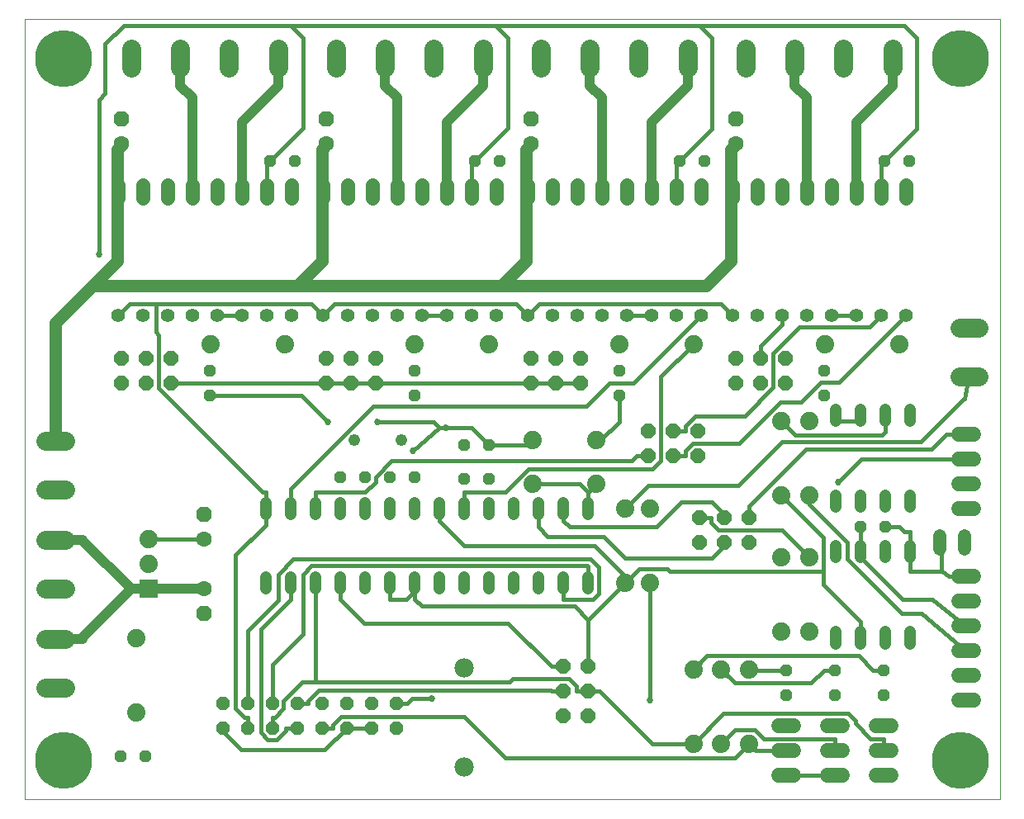
<source format=gtl>
G75*
G70*
%OFA0B0*%
%FSLAX24Y24*%
%IPPOS*%
%LPD*%
%AMOC8*
5,1,8,0,0,1.08239X$1,22.5*
%
%ADD10C,0.0000*%
%ADD11C,0.0480*%
%ADD12C,0.0560*%
%ADD13C,0.0560*%
%ADD14OC8,0.0600*%
%ADD15OC8,0.0480*%
%ADD16OC8,0.0630*%
%ADD17C,0.0630*%
%ADD18C,0.0480*%
%ADD19C,0.0740*%
%ADD20C,0.2300*%
%ADD21OC8,0.0540*%
%ADD22C,0.0780*%
%ADD23C,0.0600*%
%ADD24R,0.0740X0.0740*%
%ADD25C,0.0780*%
%ADD26C,0.0540*%
%ADD27C,0.0160*%
%ADD28C,0.0270*%
%ADD29C,0.0400*%
%ADD30C,0.0500*%
D10*
X000280Y000250D02*
X000280Y031746D01*
X039650Y031746D01*
X039650Y000250D01*
X000280Y000250D01*
D11*
X010030Y008760D02*
X010030Y009240D01*
X011030Y009240D02*
X011030Y008760D01*
X012030Y008760D02*
X012030Y009240D01*
X013030Y009240D02*
X013030Y008760D01*
X014030Y008760D02*
X014030Y009240D01*
X015030Y009240D02*
X015030Y008760D01*
X016030Y008760D02*
X016030Y009240D01*
X017030Y009240D02*
X017030Y008760D01*
X018030Y008760D02*
X018030Y009240D01*
X019030Y009240D02*
X019030Y008760D01*
X020030Y008760D02*
X020030Y009240D01*
X021030Y009240D02*
X021030Y008760D01*
X022030Y008760D02*
X022030Y009240D01*
X023030Y009240D02*
X023030Y008760D01*
X023030Y011760D02*
X023030Y012240D01*
X022030Y012240D02*
X022030Y011760D01*
X021030Y011760D02*
X021030Y012240D01*
X020030Y012240D02*
X020030Y011760D01*
X019030Y011760D02*
X019030Y012240D01*
X018030Y012240D02*
X018030Y011760D01*
X017030Y011760D02*
X017030Y012240D01*
X016030Y012240D02*
X016030Y011760D01*
X015030Y011760D02*
X015030Y012240D01*
X014030Y012240D02*
X014030Y011760D01*
X013030Y011760D02*
X013030Y012240D01*
X012030Y012240D02*
X012030Y011760D01*
X011030Y011760D02*
X011030Y012240D01*
X010030Y012240D02*
X010030Y011760D01*
X033032Y012050D02*
X033032Y012530D01*
X034032Y012530D02*
X034032Y012050D01*
X035032Y012050D02*
X035032Y012530D01*
X036032Y012530D02*
X036032Y012050D01*
X036032Y010498D02*
X036032Y010018D01*
X035032Y010018D02*
X035032Y010498D01*
X034032Y010498D02*
X034032Y010018D01*
X033032Y010018D02*
X033032Y010498D01*
X033032Y007018D02*
X033032Y006538D01*
X034032Y006538D02*
X034032Y007018D01*
X035032Y007018D02*
X035032Y006538D01*
X036032Y006538D02*
X036032Y007018D01*
X036032Y015530D02*
X036032Y016010D01*
X035032Y016010D02*
X035032Y015530D01*
X034032Y015530D02*
X034032Y016010D01*
X033032Y016010D02*
X033032Y015530D01*
D12*
X032857Y019797D03*
X033857Y019797D03*
X034857Y019797D03*
X035857Y019797D03*
X031857Y019797D03*
X030857Y019797D03*
X029857Y019797D03*
X028857Y019797D03*
X027590Y019797D03*
X026590Y019797D03*
X025590Y019797D03*
X024590Y019797D03*
X023590Y019797D03*
X022590Y019797D03*
X021590Y019797D03*
X020590Y019797D03*
X019322Y019797D03*
X018322Y019797D03*
X017322Y019797D03*
X016322Y019797D03*
X015322Y019797D03*
X014322Y019797D03*
X013322Y019797D03*
X012322Y019797D03*
X011054Y019797D03*
X010054Y019797D03*
X009054Y019797D03*
X008054Y019797D03*
X007054Y019797D03*
X006054Y019797D03*
X005054Y019797D03*
X004054Y019797D03*
D13*
X004054Y024517D02*
X004054Y025077D01*
X005054Y025077D02*
X005054Y024517D01*
X006054Y024517D02*
X006054Y025077D01*
X007054Y025077D02*
X007054Y024517D01*
X008054Y024517D02*
X008054Y025077D01*
X009054Y025077D02*
X009054Y024517D01*
X010054Y024517D02*
X010054Y025077D01*
X011054Y025077D02*
X011054Y024517D01*
X012322Y024517D02*
X012322Y025077D01*
X013322Y025077D02*
X013322Y024517D01*
X014322Y024517D02*
X014322Y025077D01*
X015322Y025077D02*
X015322Y024517D01*
X016322Y024517D02*
X016322Y025077D01*
X017322Y025077D02*
X017322Y024517D01*
X018322Y024517D02*
X018322Y025077D01*
X019322Y025077D02*
X019322Y024517D01*
X020590Y024517D02*
X020590Y025077D01*
X021590Y025077D02*
X021590Y024517D01*
X022590Y024517D02*
X022590Y025077D01*
X023590Y025077D02*
X023590Y024517D01*
X024590Y024517D02*
X024590Y025077D01*
X025590Y025077D02*
X025590Y024517D01*
X026590Y024517D02*
X026590Y025077D01*
X027590Y025077D02*
X027590Y024517D01*
X028857Y024517D02*
X028857Y025077D01*
X029857Y025077D02*
X029857Y024517D01*
X030857Y024517D02*
X030857Y025077D01*
X031857Y025077D02*
X031857Y024517D01*
X032857Y024517D02*
X032857Y025077D01*
X033857Y025077D02*
X033857Y024517D01*
X034857Y024517D02*
X034857Y025077D01*
X035857Y025077D02*
X035857Y024517D01*
D14*
X030995Y018073D03*
X029995Y018073D03*
X028995Y018073D03*
X028995Y017073D03*
X029995Y017073D03*
X030995Y017073D03*
X027468Y015125D03*
X026468Y015125D03*
X026468Y014125D03*
X027468Y014125D03*
X025468Y014125D03*
X025468Y015125D03*
X022727Y017073D03*
X021727Y017073D03*
X020727Y017073D03*
X020727Y018073D03*
X021727Y018073D03*
X022727Y018073D03*
X027530Y011625D03*
X027530Y010625D03*
X028530Y010625D03*
X029530Y010625D03*
X029530Y011625D03*
X028530Y011625D03*
X023030Y005625D03*
X022030Y005625D03*
X022030Y004625D03*
X023030Y004625D03*
X023030Y003625D03*
X022030Y003625D03*
X014460Y017073D03*
X014460Y018073D03*
X013460Y018073D03*
X012460Y018073D03*
X012460Y017073D03*
X013460Y017073D03*
X006192Y017073D03*
X005192Y017073D03*
X005192Y018073D03*
X006192Y018073D03*
X004192Y018073D03*
X004192Y017073D03*
D15*
X007751Y016573D03*
X007751Y017573D03*
X013030Y013250D03*
X014030Y013250D03*
X015030Y013250D03*
X016030Y013250D03*
X018030Y013188D03*
X019030Y013188D03*
X019030Y014563D03*
X018030Y014563D03*
X016019Y016573D03*
X016019Y017573D03*
X024286Y017573D03*
X024286Y016573D03*
X032554Y016573D03*
X032554Y017573D03*
X034032Y011274D03*
X035032Y011274D03*
X034957Y005475D03*
X034957Y004475D03*
X032989Y004475D03*
X032989Y005475D03*
X031020Y005475D03*
X031020Y004475D03*
X005155Y002000D03*
X004155Y002000D03*
X010194Y026038D03*
X011194Y026038D03*
X018462Y026038D03*
X019462Y026038D03*
X026730Y026038D03*
X027730Y026038D03*
X034998Y026038D03*
X035998Y026038D03*
D16*
X029011Y027719D03*
X020743Y027719D03*
X012475Y027719D03*
X004208Y027719D03*
X007530Y011750D03*
X007530Y007750D03*
D17*
X007530Y008750D03*
X007530Y010750D03*
X004208Y026719D03*
X012475Y026719D03*
X020743Y026719D03*
X029011Y026719D03*
D18*
X015480Y014750D03*
X013580Y014750D03*
D19*
X016030Y018625D03*
X019030Y018625D03*
X020812Y014765D03*
X020812Y012985D03*
X023372Y012985D03*
X024530Y012000D03*
X025530Y012000D03*
X025530Y009000D03*
X024530Y009000D03*
X027280Y005500D03*
X028405Y005500D03*
X029530Y005500D03*
X030841Y007018D03*
X031973Y007018D03*
X031973Y010018D03*
X030841Y010018D03*
X030841Y012530D03*
X031973Y012530D03*
X031973Y015530D03*
X030841Y015530D03*
X032593Y018625D03*
X035593Y018625D03*
X027280Y018625D03*
X024280Y018625D03*
X023372Y014765D03*
X010780Y018625D03*
X007780Y018625D03*
X005280Y010750D03*
X005280Y009750D03*
X004780Y006750D03*
X004780Y003750D03*
X027280Y002500D03*
X028405Y002500D03*
X029530Y002500D03*
D20*
X038075Y001825D03*
X038075Y030171D03*
X001855Y030171D03*
X001855Y001825D03*
D21*
X008280Y003125D03*
X009280Y003125D03*
X010280Y003125D03*
X011280Y003125D03*
X012280Y003125D03*
X013280Y003125D03*
X014280Y003125D03*
X015280Y003125D03*
X015280Y004125D03*
X014280Y004125D03*
X013280Y004125D03*
X012280Y004125D03*
X011280Y004125D03*
X010280Y004125D03*
X009280Y004125D03*
X008280Y004125D03*
D22*
X001920Y004760D02*
X001140Y004760D01*
X001140Y006740D02*
X001920Y006740D01*
X001920Y008760D02*
X001140Y008760D01*
X001140Y010740D02*
X001920Y010740D01*
X001920Y012760D02*
X001140Y012760D01*
X001140Y014740D02*
X001920Y014740D01*
X004594Y029781D02*
X004594Y030561D01*
X006574Y030561D02*
X006574Y029781D01*
X008534Y029781D02*
X008534Y030561D01*
X010514Y030561D02*
X010514Y029781D01*
X012862Y029781D02*
X012862Y030561D01*
X014842Y030561D02*
X014842Y029781D01*
X016802Y029781D02*
X016802Y030561D01*
X018782Y030561D02*
X018782Y029781D01*
X021130Y029781D02*
X021130Y030561D01*
X023110Y030561D02*
X023110Y029781D01*
X025070Y029781D02*
X025070Y030561D01*
X027050Y030561D02*
X027050Y029781D01*
X029397Y029781D02*
X029397Y030561D01*
X031377Y030561D02*
X031377Y029781D01*
X033337Y029781D02*
X033337Y030561D01*
X035317Y030561D02*
X035317Y029781D01*
X038015Y019303D02*
X038795Y019303D01*
X038795Y017323D02*
X038015Y017323D01*
D23*
X037980Y015000D02*
X038580Y015000D01*
X038580Y014000D02*
X037980Y014000D01*
X037980Y013000D02*
X038580Y013000D01*
X038580Y012000D02*
X037980Y012000D01*
X037980Y009250D02*
X038580Y009250D01*
X038580Y008250D02*
X037980Y008250D01*
X037980Y007250D02*
X038580Y007250D01*
X038580Y006250D02*
X037980Y006250D01*
X037980Y005250D02*
X038580Y005250D01*
X038580Y004250D02*
X037980Y004250D01*
X035257Y003219D02*
X034657Y003219D01*
X033289Y003219D02*
X032689Y003219D01*
X031320Y003219D02*
X030720Y003219D01*
X030720Y002219D02*
X031320Y002219D01*
X031320Y001219D02*
X030720Y001219D01*
X032689Y001219D02*
X033289Y001219D01*
X033289Y002219D02*
X032689Y002219D01*
X034657Y002219D02*
X035257Y002219D01*
X035257Y001219D02*
X034657Y001219D01*
D24*
X005280Y008750D03*
D25*
X018030Y005563D03*
X018030Y001563D03*
D26*
X037218Y010355D02*
X037218Y010895D01*
X038218Y010895D02*
X038218Y010355D01*
D27*
X037280Y010750D02*
X037218Y010625D01*
X037280Y010750D02*
X037280Y009500D01*
X037320Y009460D01*
X037068Y009458D01*
X036032Y009458D01*
X036032Y010018D01*
X036032Y011058D01*
X035808Y011058D01*
X035592Y011274D01*
X035032Y011274D01*
X034032Y011274D02*
X034032Y010018D01*
X035715Y008334D01*
X036916Y008334D01*
X038250Y007250D01*
X038280Y007250D01*
X038280Y006250D02*
X038250Y006250D01*
X036500Y007750D01*
X035701Y007750D01*
X033491Y009961D01*
X033491Y010638D01*
X031973Y012156D01*
X031973Y012530D01*
X033123Y013068D02*
X034055Y014000D01*
X038280Y014000D01*
X038280Y015000D02*
X037500Y015000D01*
X036903Y014403D01*
X031828Y014403D01*
X029530Y012105D01*
X029530Y011625D01*
X028530Y011625D02*
X028530Y011750D01*
X028030Y012250D01*
X026780Y012250D01*
X025780Y011250D01*
X022280Y011250D01*
X022030Y011500D01*
X022030Y012000D01*
X023030Y012000D02*
X023030Y012660D01*
X023048Y012660D01*
X023372Y012985D01*
X023030Y012660D02*
X022705Y012985D01*
X020812Y012985D01*
X020624Y013601D02*
X019683Y012660D01*
X018030Y012660D01*
X018030Y012000D01*
X017030Y012000D02*
X017030Y011500D01*
X018030Y010500D01*
X023280Y010500D01*
X024530Y009250D01*
X024530Y009000D01*
X023030Y007500D01*
X022482Y008049D01*
X016322Y008049D01*
X016030Y008340D01*
X016030Y008670D01*
X016030Y009000D01*
X016030Y008670D02*
X015700Y008340D01*
X015030Y008340D01*
X015030Y009000D01*
X013996Y007374D02*
X013030Y008340D01*
X013030Y009000D01*
X012030Y009000D02*
X012030Y004986D01*
X019855Y004986D01*
X019995Y005125D01*
X022249Y005125D01*
X022550Y004824D01*
X022550Y004625D01*
X023030Y004625D01*
X023510Y004625D01*
X025635Y002500D01*
X027280Y002500D01*
X028507Y003728D01*
X033513Y003728D01*
X033815Y003425D01*
X033815Y003321D01*
X034437Y002699D01*
X034957Y002699D01*
X034957Y002219D01*
X032989Y002219D02*
X032989Y002699D01*
X030118Y002699D01*
X029765Y003052D01*
X028957Y003052D01*
X028405Y002500D01*
X028968Y001938D02*
X019709Y001938D01*
X018040Y003607D01*
X013072Y003607D01*
X012730Y003265D01*
X012730Y003125D01*
X012280Y003125D01*
X012405Y002250D02*
X009030Y002250D01*
X008280Y003000D01*
X008280Y003125D01*
X008811Y003931D02*
X009167Y003575D01*
X009280Y003575D01*
X009280Y003125D01*
X009821Y002946D02*
X009821Y007131D01*
X011030Y008340D01*
X011030Y009000D01*
X011530Y009339D02*
X011876Y009686D01*
X023005Y009686D01*
X023030Y009660D01*
X023030Y009000D01*
X023455Y008562D02*
X023233Y008340D01*
X022030Y008340D01*
X022030Y009000D01*
X023119Y009950D02*
X023455Y009614D01*
X023455Y008562D01*
X023030Y007500D02*
X023030Y005625D01*
X022030Y005625D02*
X021550Y005625D01*
X019801Y007374D01*
X013996Y007374D01*
X011530Y006943D02*
X011530Y009339D01*
X011139Y009950D02*
X023119Y009950D01*
X023655Y010875D02*
X024530Y010000D01*
X028030Y010000D01*
X028530Y010500D01*
X028530Y010625D01*
X028311Y011125D02*
X028010Y011426D01*
X028010Y011625D01*
X027530Y011625D01*
X028311Y011125D02*
X030866Y011125D01*
X031973Y010018D01*
X032540Y009457D02*
X032540Y010831D01*
X030841Y012530D01*
X029108Y012933D02*
X030868Y014693D01*
X036462Y014693D01*
X038210Y016440D01*
X038218Y016440D01*
X038405Y017323D01*
X035857Y019797D02*
X033147Y017087D01*
X032429Y017087D01*
X031623Y016281D01*
X030781Y016281D01*
X029126Y014625D01*
X027249Y014625D01*
X026948Y014324D01*
X026948Y014125D01*
X026468Y014125D01*
X025968Y013945D02*
X025624Y013601D01*
X020624Y013601D01*
X020610Y014563D02*
X019030Y014563D01*
X018342Y015250D01*
X017280Y015250D01*
X017030Y015250D01*
X016780Y015500D01*
X014530Y015500D01*
X014358Y016133D02*
X011030Y012805D01*
X011030Y012000D01*
X010030Y012000D02*
X010030Y011340D01*
X008811Y010121D01*
X008811Y003931D01*
X009280Y004125D02*
X009280Y007057D01*
X010530Y008307D01*
X010530Y009341D01*
X011139Y009950D01*
X012030Y012000D02*
X012030Y012660D01*
X014041Y012660D01*
X014455Y013074D01*
X014455Y013277D01*
X015104Y013926D01*
X024789Y013926D01*
X024987Y014125D01*
X025468Y014125D01*
X025968Y013945D02*
X025968Y017313D01*
X027280Y018625D01*
X027590Y019797D02*
X024865Y017073D01*
X023907Y017073D01*
X022967Y016133D01*
X014358Y016133D01*
X014460Y017073D02*
X013460Y017073D01*
X012460Y017073D01*
X006192Y017073D01*
X005692Y016868D02*
X009899Y012660D01*
X010030Y012660D01*
X010030Y012000D01*
X007530Y010750D02*
X005280Y010750D01*
X010280Y005693D02*
X011530Y006943D01*
X010280Y005693D02*
X010280Y004125D01*
X010730Y004223D02*
X011492Y004986D01*
X012030Y004986D01*
X012162Y004650D02*
X011730Y004218D01*
X011730Y004125D01*
X011280Y004125D01*
X010730Y004223D02*
X010730Y003913D01*
X010393Y003575D01*
X010280Y003575D01*
X010280Y003125D01*
X009821Y002946D02*
X010107Y002660D01*
X010478Y002660D01*
X010830Y003013D01*
X010830Y003125D01*
X011280Y003125D01*
X012405Y002250D02*
X013280Y003125D01*
X014280Y003125D01*
X015280Y004125D02*
X015730Y004125D01*
X015940Y004335D01*
X016719Y004335D01*
X012162Y004650D02*
X021525Y004650D01*
X021550Y004625D01*
X022030Y004625D01*
X025530Y004250D02*
X025530Y009000D01*
X025101Y009571D02*
X024530Y009000D01*
X025101Y009571D02*
X026217Y009571D01*
X026331Y009457D01*
X032540Y009457D01*
X032540Y008930D01*
X034032Y007438D01*
X034032Y007018D01*
X033961Y006050D02*
X027830Y006050D01*
X027280Y005500D01*
X028405Y005500D02*
X028955Y004950D01*
X032044Y004950D01*
X032569Y005475D01*
X032989Y005475D01*
X033961Y006050D02*
X034537Y005475D01*
X034957Y005475D01*
X031020Y005475D02*
X029556Y005475D01*
X029530Y005500D01*
X029530Y002500D02*
X029811Y002219D01*
X031020Y002219D01*
X031020Y001219D02*
X032989Y001219D01*
X029530Y002500D02*
X028968Y001938D01*
X037320Y009460D02*
X037610Y009250D01*
X038280Y009250D01*
X034887Y014965D02*
X031406Y014965D01*
X030841Y015530D01*
X030495Y016891D02*
X029346Y015741D01*
X027365Y015741D01*
X026948Y015324D01*
X026948Y015125D01*
X026468Y015125D01*
X024280Y015500D02*
X023545Y014765D01*
X023372Y014765D01*
X024280Y015500D02*
X024280Y016567D01*
X024286Y016573D01*
X022727Y017073D02*
X021727Y017073D01*
X020727Y017073D01*
X014460Y017073D01*
X012530Y015500D02*
X011457Y016573D01*
X007751Y016573D01*
X005692Y016868D02*
X005692Y019011D01*
X005589Y019114D01*
X005589Y020257D01*
X011862Y020257D01*
X012322Y019797D01*
X012782Y020258D01*
X020129Y020258D01*
X020590Y019797D01*
X021050Y020258D01*
X028397Y020258D01*
X028857Y019797D01*
X029995Y018553D02*
X030857Y019415D01*
X030857Y019797D01*
X031567Y019331D02*
X030495Y018259D01*
X030495Y016891D01*
X029995Y018073D02*
X029995Y018553D01*
X031567Y019331D02*
X034391Y019331D01*
X034857Y019797D01*
X033857Y019797D02*
X032857Y019797D01*
X033032Y015530D02*
X034032Y015530D01*
X035032Y015530D02*
X035032Y015110D01*
X034887Y014965D01*
X029108Y012933D02*
X025462Y012933D01*
X024530Y012000D01*
X023655Y010875D02*
X021405Y010875D01*
X021030Y011250D01*
X021030Y012000D01*
X020610Y014563D02*
X020812Y014765D01*
X017030Y015250D02*
X015968Y014313D01*
X016322Y019797D02*
X017322Y019797D01*
X018322Y024797D02*
X018322Y025897D01*
X018462Y026038D01*
X019780Y027356D01*
X019780Y031000D01*
X019280Y031500D01*
X011030Y031500D01*
X011530Y031000D01*
X011530Y027373D01*
X010194Y026038D01*
X010054Y025897D01*
X010054Y024797D01*
X005589Y020257D02*
X004514Y020257D01*
X004054Y019797D01*
X003280Y022250D02*
X003280Y028500D01*
X003530Y028750D01*
X003530Y030750D01*
X004280Y031500D01*
X011030Y031500D01*
X019280Y031500D02*
X027530Y031500D01*
X028030Y031000D01*
X028030Y027338D01*
X026730Y026038D01*
X026590Y025897D01*
X026590Y024797D01*
X025590Y019797D02*
X024590Y019797D01*
X034857Y024797D02*
X034857Y025897D01*
X034998Y026038D01*
X036280Y027320D01*
X036280Y031000D01*
X035780Y031500D01*
X027530Y031500D01*
X009054Y019797D02*
X008054Y019797D01*
D28*
X003280Y022250D03*
X012530Y015500D03*
X014530Y015500D03*
X015968Y014313D03*
X017280Y015250D03*
X016719Y004335D03*
X025530Y004250D03*
X033123Y013068D03*
D29*
X033857Y024797D02*
X033857Y027611D01*
X035317Y029071D01*
X035317Y030171D01*
X031857Y028591D02*
X031377Y029071D01*
X031377Y030171D01*
X031857Y028591D02*
X031857Y024797D01*
X027050Y029071D02*
X025590Y027611D01*
X025590Y024797D01*
X023590Y024797D02*
X023590Y028591D01*
X023110Y029071D01*
X023110Y030171D01*
X027050Y030171D02*
X027050Y029071D01*
X018782Y029071D02*
X017322Y027611D01*
X017322Y024797D01*
X015322Y024797D02*
X015322Y028591D01*
X014842Y029071D01*
X014842Y030171D01*
X018782Y030171D02*
X018782Y029071D01*
X010514Y029071D02*
X009054Y027611D01*
X009054Y024797D01*
X007054Y024797D02*
X007054Y028591D01*
X006574Y029071D01*
X006574Y030171D01*
X010514Y030171D02*
X010514Y029071D01*
X002630Y010740D02*
X001530Y010740D01*
X002630Y010740D02*
X002630Y010710D01*
X004590Y008750D01*
X005280Y008750D01*
X007530Y008750D01*
X004590Y008750D02*
X002630Y006790D01*
X002630Y006740D01*
X001530Y006740D01*
D30*
X001530Y014740D02*
X001530Y019500D01*
X003030Y021000D01*
X004030Y022000D01*
X004030Y024773D01*
X004054Y024797D01*
X004030Y024822D01*
X004030Y026500D01*
X004208Y026678D01*
X004208Y026719D01*
X003030Y021000D02*
X011280Y021000D01*
X012280Y022000D01*
X012280Y024756D01*
X012322Y024797D01*
X012280Y024839D01*
X012280Y026500D01*
X012475Y026696D01*
X012475Y026719D01*
X011280Y021000D02*
X019530Y021000D01*
X020530Y022000D01*
X020530Y024738D01*
X020590Y024797D01*
X020530Y024857D01*
X020530Y026500D01*
X020743Y026713D01*
X020743Y026719D01*
X019530Y021000D02*
X027780Y021000D01*
X028780Y022000D01*
X028780Y024720D01*
X028857Y024797D01*
X028780Y024875D01*
X028780Y026500D01*
X028999Y026719D01*
X029011Y026719D01*
M02*

</source>
